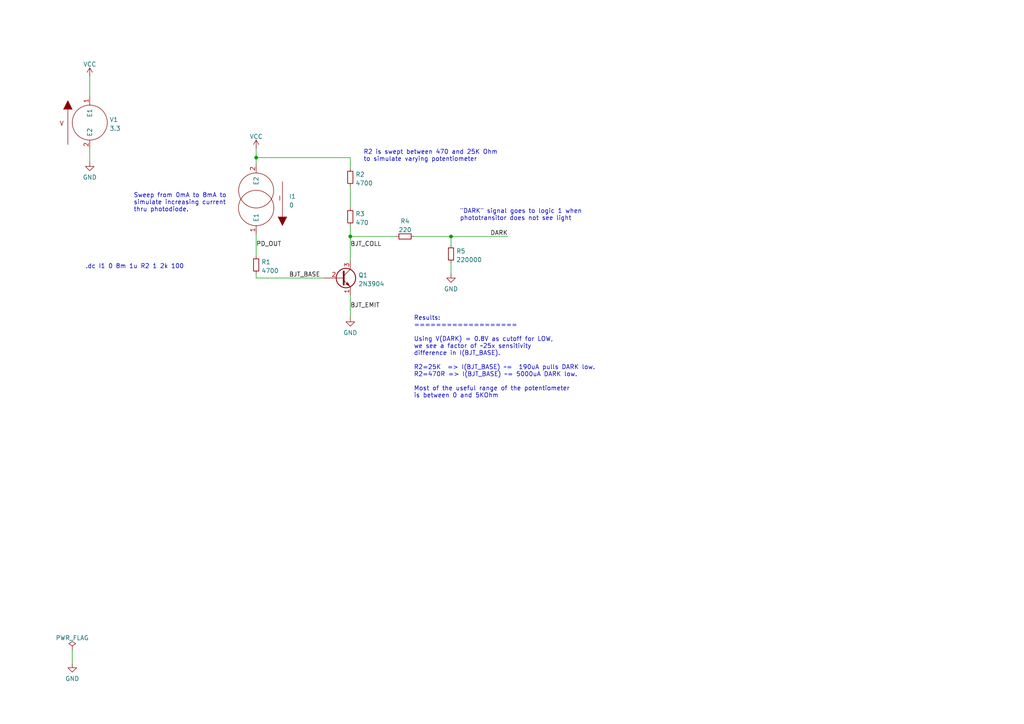
<source format=kicad_sch>
(kicad_sch (version 20211123) (generator eeschema)

  (uuid eabdfedd-d05c-4d00-a8c3-5b15f4879846)

  (paper "A4")

  (lib_symbols
    (symbol "Device:Q_NPN_EBC" (pin_names (offset 0) hide) (in_bom yes) (on_board yes)
      (property "Reference" "Q" (id 0) (at 5.08 1.27 0)
        (effects (font (size 1.27 1.27)) (justify left))
      )
      (property "Value" "Q_NPN_EBC" (id 1) (at 5.08 -1.27 0)
        (effects (font (size 1.27 1.27)) (justify left))
      )
      (property "Footprint" "" (id 2) (at 5.08 2.54 0)
        (effects (font (size 1.27 1.27)) hide)
      )
      (property "Datasheet" "~" (id 3) (at 0 0 0)
        (effects (font (size 1.27 1.27)) hide)
      )
      (property "ki_keywords" "transistor NPN" (id 4) (at 0 0 0)
        (effects (font (size 1.27 1.27)) hide)
      )
      (property "ki_description" "NPN transistor, emitter/base/collector" (id 5) (at 0 0 0)
        (effects (font (size 1.27 1.27)) hide)
      )
      (symbol "Q_NPN_EBC_0_1"
        (polyline
          (pts
            (xy 0.635 0.635)
            (xy 2.54 2.54)
          )
          (stroke (width 0) (type default) (color 0 0 0 0))
          (fill (type none))
        )
        (polyline
          (pts
            (xy 0.635 -0.635)
            (xy 2.54 -2.54)
            (xy 2.54 -2.54)
          )
          (stroke (width 0) (type default) (color 0 0 0 0))
          (fill (type none))
        )
        (polyline
          (pts
            (xy 0.635 1.905)
            (xy 0.635 -1.905)
            (xy 0.635 -1.905)
          )
          (stroke (width 0.508) (type default) (color 0 0 0 0))
          (fill (type none))
        )
        (polyline
          (pts
            (xy 1.27 -1.778)
            (xy 1.778 -1.27)
            (xy 2.286 -2.286)
            (xy 1.27 -1.778)
            (xy 1.27 -1.778)
          )
          (stroke (width 0) (type default) (color 0 0 0 0))
          (fill (type outline))
        )
        (circle (center 1.27 0) (radius 2.8194)
          (stroke (width 0.254) (type default) (color 0 0 0 0))
          (fill (type none))
        )
      )
      (symbol "Q_NPN_EBC_1_1"
        (pin passive line (at 2.54 -5.08 90) (length 2.54)
          (name "E" (effects (font (size 1.27 1.27))))
          (number "1" (effects (font (size 1.27 1.27))))
        )
        (pin passive line (at -5.08 0 0) (length 5.715)
          (name "B" (effects (font (size 1.27 1.27))))
          (number "2" (effects (font (size 1.27 1.27))))
        )
        (pin passive line (at 2.54 5.08 270) (length 2.54)
          (name "C" (effects (font (size 1.27 1.27))))
          (number "3" (effects (font (size 1.27 1.27))))
        )
      )
    )
    (symbol "Device:R_Small" (pin_numbers hide) (pin_names (offset 0.254) hide) (in_bom yes) (on_board yes)
      (property "Reference" "R" (id 0) (at 0.762 0.508 0)
        (effects (font (size 1.27 1.27)) (justify left))
      )
      (property "Value" "R_Small" (id 1) (at 0.762 -1.016 0)
        (effects (font (size 1.27 1.27)) (justify left))
      )
      (property "Footprint" "" (id 2) (at 0 0 0)
        (effects (font (size 1.27 1.27)) hide)
      )
      (property "Datasheet" "~" (id 3) (at 0 0 0)
        (effects (font (size 1.27 1.27)) hide)
      )
      (property "ki_keywords" "R resistor" (id 4) (at 0 0 0)
        (effects (font (size 1.27 1.27)) hide)
      )
      (property "ki_description" "Resistor, small symbol" (id 5) (at 0 0 0)
        (effects (font (size 1.27 1.27)) hide)
      )
      (property "ki_fp_filters" "R_*" (id 6) (at 0 0 0)
        (effects (font (size 1.27 1.27)) hide)
      )
      (symbol "R_Small_0_1"
        (rectangle (start -0.762 1.778) (end 0.762 -1.778)
          (stroke (width 0.2032) (type default) (color 0 0 0 0))
          (fill (type none))
        )
      )
      (symbol "R_Small_1_1"
        (pin passive line (at 0 2.54 270) (length 0.762)
          (name "~" (effects (font (size 1.27 1.27))))
          (number "1" (effects (font (size 1.27 1.27))))
        )
        (pin passive line (at 0 -2.54 90) (length 0.762)
          (name "~" (effects (font (size 1.27 1.27))))
          (number "2" (effects (font (size 1.27 1.27))))
        )
      )
    )
    (symbol "power:GND" (power) (pin_names (offset 0)) (in_bom yes) (on_board yes)
      (property "Reference" "#PWR" (id 0) (at 0 -6.35 0)
        (effects (font (size 1.27 1.27)) hide)
      )
      (property "Value" "GND" (id 1) (at 0 -3.81 0)
        (effects (font (size 1.27 1.27)))
      )
      (property "Footprint" "" (id 2) (at 0 0 0)
        (effects (font (size 1.27 1.27)) hide)
      )
      (property "Datasheet" "" (id 3) (at 0 0 0)
        (effects (font (size 1.27 1.27)) hide)
      )
      (property "ki_keywords" "power-flag" (id 4) (at 0 0 0)
        (effects (font (size 1.27 1.27)) hide)
      )
      (property "ki_description" "Power symbol creates a global label with name \"GND\" , ground" (id 5) (at 0 0 0)
        (effects (font (size 1.27 1.27)) hide)
      )
      (symbol "GND_0_1"
        (polyline
          (pts
            (xy 0 0)
            (xy 0 -1.27)
            (xy 1.27 -1.27)
            (xy 0 -2.54)
            (xy -1.27 -1.27)
            (xy 0 -1.27)
          )
          (stroke (width 0) (type default) (color 0 0 0 0))
          (fill (type none))
        )
      )
      (symbol "GND_1_1"
        (pin power_in line (at 0 0 270) (length 0) hide
          (name "GND" (effects (font (size 1.27 1.27))))
          (number "1" (effects (font (size 1.27 1.27))))
        )
      )
    )
    (symbol "power:PWR_FLAG" (power) (pin_numbers hide) (pin_names (offset 0) hide) (in_bom yes) (on_board yes)
      (property "Reference" "#FLG" (id 0) (at 0 1.905 0)
        (effects (font (size 1.27 1.27)) hide)
      )
      (property "Value" "PWR_FLAG" (id 1) (at 0 3.81 0)
        (effects (font (size 1.27 1.27)))
      )
      (property "Footprint" "" (id 2) (at 0 0 0)
        (effects (font (size 1.27 1.27)) hide)
      )
      (property "Datasheet" "~" (id 3) (at 0 0 0)
        (effects (font (size 1.27 1.27)) hide)
      )
      (property "ki_keywords" "power-flag" (id 4) (at 0 0 0)
        (effects (font (size 1.27 1.27)) hide)
      )
      (property "ki_description" "Special symbol for telling ERC where power comes from" (id 5) (at 0 0 0)
        (effects (font (size 1.27 1.27)) hide)
      )
      (symbol "PWR_FLAG_0_0"
        (pin power_out line (at 0 0 90) (length 0)
          (name "pwr" (effects (font (size 1.27 1.27))))
          (number "1" (effects (font (size 1.27 1.27))))
        )
      )
      (symbol "PWR_FLAG_0_1"
        (polyline
          (pts
            (xy 0 0)
            (xy 0 1.27)
            (xy -1.016 1.905)
            (xy 0 2.54)
            (xy 1.016 1.905)
            (xy 0 1.27)
          )
          (stroke (width 0) (type default) (color 0 0 0 0))
          (fill (type none))
        )
      )
    )
    (symbol "power:VCC" (power) (pin_names (offset 0)) (in_bom yes) (on_board yes)
      (property "Reference" "#PWR" (id 0) (at 0 -3.81 0)
        (effects (font (size 1.27 1.27)) hide)
      )
      (property "Value" "VCC" (id 1) (at 0 3.81 0)
        (effects (font (size 1.27 1.27)))
      )
      (property "Footprint" "" (id 2) (at 0 0 0)
        (effects (font (size 1.27 1.27)) hide)
      )
      (property "Datasheet" "" (id 3) (at 0 0 0)
        (effects (font (size 1.27 1.27)) hide)
      )
      (property "ki_keywords" "power-flag" (id 4) (at 0 0 0)
        (effects (font (size 1.27 1.27)) hide)
      )
      (property "ki_description" "Power symbol creates a global label with name \"VCC\"" (id 5) (at 0 0 0)
        (effects (font (size 1.27 1.27)) hide)
      )
      (symbol "VCC_0_1"
        (polyline
          (pts
            (xy -0.762 1.27)
            (xy 0 2.54)
          )
          (stroke (width 0) (type default) (color 0 0 0 0))
          (fill (type none))
        )
        (polyline
          (pts
            (xy 0 0)
            (xy 0 2.54)
          )
          (stroke (width 0) (type default) (color 0 0 0 0))
          (fill (type none))
        )
        (polyline
          (pts
            (xy 0 2.54)
            (xy 0.762 1.27)
          )
          (stroke (width 0) (type default) (color 0 0 0 0))
          (fill (type none))
        )
      )
      (symbol "VCC_1_1"
        (pin power_in line (at 0 0 90) (length 0) hide
          (name "VCC" (effects (font (size 1.27 1.27))))
          (number "1" (effects (font (size 1.27 1.27))))
        )
      )
    )
    (symbol "pspice:ISOURCE" (pin_names (offset 1.016)) (in_bom yes) (on_board yes)
      (property "Reference" "I" (id 0) (at -7.62 8.89 0)
        (effects (font (size 1.27 1.27)))
      )
      (property "Value" "ISOURCE" (id 1) (at 0 0 0)
        (effects (font (size 1.27 1.27)))
      )
      (property "Footprint" "" (id 2) (at 0 0 0)
        (effects (font (size 1.27 1.27)) hide)
      )
      (property "Datasheet" "~" (id 3) (at 0 0 0)
        (effects (font (size 1.27 1.27)) hide)
      )
      (property "ki_keywords" "simulation" (id 4) (at 0 0 0)
        (effects (font (size 1.27 1.27)) hide)
      )
      (property "ki_description" "Current source symbol for simulation only" (id 5) (at 0 0 0)
        (effects (font (size 1.27 1.27)) hide)
      )
      (symbol "ISOURCE_0_1"
        (circle (center 0 -2.54) (radius 5.08)
          (stroke (width 0) (type default) (color 0 0 0 0))
          (fill (type none))
        )
        (polyline
          (pts
            (xy -7.62 -5.08)
            (xy -7.62 5.08)
          )
          (stroke (width 0) (type default) (color 0 0 0 0))
          (fill (type outline))
        )
        (polyline
          (pts
            (xy -8.89 5.08)
            (xy -7.62 7.62)
            (xy -6.35 5.08)
          )
          (stroke (width 0) (type default) (color 0 0 0 0))
          (fill (type outline))
        )
        (circle (center 0 2.54) (radius 5.1308)
          (stroke (width 0) (type default) (color 0 0 0 0))
          (fill (type none))
        )
        (text "I" (at -6.858 -0.254 0)
          (effects (font (size 1.27 1.27)))
        )
      )
      (symbol "ISOURCE_1_1"
        (pin input line (at 0 10.16 270) (length 2.54)
          (name "E1" (effects (font (size 1.27 1.27))))
          (number "1" (effects (font (size 1.27 1.27))))
        )
        (pin input line (at 0 -10.16 90) (length 2.54)
          (name "E2" (effects (font (size 1.27 1.27))))
          (number "2" (effects (font (size 1.27 1.27))))
        )
      )
    )
    (symbol "pspice:VSOURCE" (pin_names (offset 1.016)) (in_bom yes) (on_board yes)
      (property "Reference" "V" (id 0) (at -6.35 7.62 0)
        (effects (font (size 1.27 1.27)))
      )
      (property "Value" "VSOURCE" (id 1) (at 0 0 0)
        (effects (font (size 1.27 1.27)))
      )
      (property "Footprint" "" (id 2) (at 0 0 0)
        (effects (font (size 1.27 1.27)) hide)
      )
      (property "Datasheet" "~" (id 3) (at 0 0 0)
        (effects (font (size 1.27 1.27)) hide)
      )
      (property "ki_keywords" "simulation" (id 4) (at 0 0 0)
        (effects (font (size 1.27 1.27)) hide)
      )
      (property "ki_description" "Voltage source symbol for simulation only" (id 5) (at 0 0 0)
        (effects (font (size 1.27 1.27)) hide)
      )
      (symbol "VSOURCE_0_1"
        (polyline
          (pts
            (xy -6.35 -6.35)
            (xy -6.35 3.81)
          )
          (stroke (width 0) (type default) (color 0 0 0 0))
          (fill (type outline))
        )
        (polyline
          (pts
            (xy -7.62 3.81)
            (xy -6.35 6.35)
            (xy -5.08 3.81)
          )
          (stroke (width 0) (type default) (color 0 0 0 0))
          (fill (type outline))
        )
        (circle (center 0 0) (radius 5.08)
          (stroke (width 0) (type default) (color 0 0 0 0))
          (fill (type none))
        )
        (text "V" (at -8.128 -0.254 0)
          (effects (font (size 1.27 1.27)))
        )
      )
      (symbol "VSOURCE_1_1"
        (pin input line (at 0 7.62 270) (length 2.54)
          (name "E1" (effects (font (size 1.27 1.27))))
          (number "1" (effects (font (size 1.27 1.27))))
        )
        (pin input line (at 0 -7.62 90) (length 2.54)
          (name "E2" (effects (font (size 1.27 1.27))))
          (number "2" (effects (font (size 1.27 1.27))))
        )
      )
    )
  )

  (junction (at 74.295 45.72) (diameter 0) (color 0 0 0 0)
    (uuid 4276829f-8765-47b1-b0dd-a56647d08abe)
  )
  (junction (at 130.81 68.58) (diameter 0) (color 0 0 0 0)
    (uuid 5dd2140b-6900-43b1-954e-629b8cf14a8f)
  )
  (junction (at 101.6 68.58) (diameter 0) (color 0 0 0 0)
    (uuid ed04a3cf-7139-4022-8094-4f2776f56979)
  )

  (wire (pts (xy 130.81 76.2) (xy 130.81 79.375))
    (stroke (width 0) (type default) (color 0 0 0 0))
    (uuid 08e08047-e047-46b9-a649-eda64ebf909a)
  )
  (wire (pts (xy 101.6 68.58) (xy 114.935 68.58))
    (stroke (width 0) (type default) (color 0 0 0 0))
    (uuid 0a0c952d-4a5f-456c-b44a-49115815cf6e)
  )
  (wire (pts (xy 130.81 68.58) (xy 130.81 71.12))
    (stroke (width 0) (type default) (color 0 0 0 0))
    (uuid 25181eb8-22c5-4834-a482-d7ac35aa980b)
  )
  (wire (pts (xy 74.295 67.945) (xy 74.295 74.295))
    (stroke (width 0) (type default) (color 0 0 0 0))
    (uuid 25bb5d13-5902-4b82-a005-bdebd08bcb9d)
  )
  (wire (pts (xy 74.295 79.375) (xy 74.295 80.645))
    (stroke (width 0) (type default) (color 0 0 0 0))
    (uuid 351b9049-5858-4c9e-974d-a89adbd53e8c)
  )
  (wire (pts (xy 20.955 188.595) (xy 20.955 192.405))
    (stroke (width 0) (type default) (color 0 0 0 0))
    (uuid 6f068728-620c-4d93-a8a5-b915de8c9fa6)
  )
  (wire (pts (xy 74.295 45.72) (xy 101.6 45.72))
    (stroke (width 0) (type default) (color 0 0 0 0))
    (uuid 6f7a33ed-c9d7-4b63-958f-4db95cc4ce87)
  )
  (wire (pts (xy 101.6 85.725) (xy 101.6 92.075))
    (stroke (width 0) (type default) (color 0 0 0 0))
    (uuid 7176dd79-8111-4d96-8bfb-ebac7f77998e)
  )
  (wire (pts (xy 120.015 68.58) (xy 130.81 68.58))
    (stroke (width 0) (type default) (color 0 0 0 0))
    (uuid 8455cd65-6f65-48b9-8a9a-22181b3d0fdb)
  )
  (wire (pts (xy 130.81 68.58) (xy 147.32 68.58))
    (stroke (width 0) (type default) (color 0 0 0 0))
    (uuid 846262d8-42bd-4f6c-b705-88c931c57bb1)
  )
  (wire (pts (xy 101.6 65.405) (xy 101.6 68.58))
    (stroke (width 0) (type default) (color 0 0 0 0))
    (uuid a2e05cbc-78f4-4c52-9208-37557e5c87aa)
  )
  (wire (pts (xy 101.6 53.975) (xy 101.6 60.325))
    (stroke (width 0) (type default) (color 0 0 0 0))
    (uuid a7b57701-6551-464c-93c7-3050ce5a67da)
  )
  (wire (pts (xy 101.6 68.58) (xy 101.6 75.565))
    (stroke (width 0) (type default) (color 0 0 0 0))
    (uuid b2c06c02-4648-47b4-a3d3-548427372ce8)
  )
  (wire (pts (xy 74.295 45.72) (xy 74.295 47.625))
    (stroke (width 0) (type default) (color 0 0 0 0))
    (uuid baffa8d0-8f8e-4e90-bc5f-c1570ddaacb9)
  )
  (wire (pts (xy 74.295 43.18) (xy 74.295 45.72))
    (stroke (width 0) (type default) (color 0 0 0 0))
    (uuid c81176cc-927f-4efa-8103-a8dfbf30456e)
  )
  (wire (pts (xy 26.035 43.18) (xy 26.035 46.99))
    (stroke (width 0) (type default) (color 0 0 0 0))
    (uuid e3307826-97b6-4a5d-909b-b7d9e94c250c)
  )
  (wire (pts (xy 74.295 80.645) (xy 93.98 80.645))
    (stroke (width 0) (type default) (color 0 0 0 0))
    (uuid f093004d-c6a6-488f-87aa-06105c78f88c)
  )
  (wire (pts (xy 101.6 48.895) (xy 101.6 45.72))
    (stroke (width 0) (type default) (color 0 0 0 0))
    (uuid f38ce0ac-9a78-4855-b1f0-75ba973d4232)
  )
  (wire (pts (xy 26.035 22.225) (xy 26.035 27.94))
    (stroke (width 0) (type default) (color 0 0 0 0))
    (uuid facb885c-4b70-4507-b072-22954f792e47)
  )

  (text ".dc I1 0 8m 1u R2 1 2k 100" (at 24.765 78.105 0)
    (effects (font (size 1.27 1.27)) (justify left bottom))
    (uuid 1a2fdc28-1714-45ce-b2b2-606bdc377394)
  )
  (text "Results:\n===================\n\nUsing V(DARK) = 0.8V as cutoff for LOW,\nwe see a factor of ~25x sensitivity\ndifference in I(BJT_BASE).\n\nR2=25K  => I(BJT_BASE) ~=  190uA pulls DARK low.\nR2=470R => I(BJT_BASE) ~= 5000uA DARK low.\n\nMost of the useful range of the potentiometer\nis between 0 and 5KOhm"
    (at 120.015 115.57 0)
    (effects (font (size 1.27 1.27)) (justify left bottom))
    (uuid 8975dbae-689f-4788-977f-1ee725822841)
  )
  (text "Sweep from 0mA to 8mA to\nsimulate increasing current\nthru photodiode. \n"
    (at 38.735 61.595 0)
    (effects (font (size 1.27 1.27)) (justify left bottom))
    (uuid a8b55d2a-f92e-48e1-9f3e-9dd00ebcf400)
  )
  (text "R2 is swept between 470 and 25K Ohm\nto simulate varying potentiometer"
    (at 105.41 46.99 0)
    (effects (font (size 1.27 1.27)) (justify left bottom))
    (uuid cc8c8a94-012c-41b2-8d0a-5cc744ada3c9)
  )
  (text "\"DARK\" signal goes to logic 1 when\nphototransitor does not see light"
    (at 133.35 64.135 0)
    (effects (font (size 1.27 1.27)) (justify left bottom))
    (uuid e8f1e2f7-0164-4db0-8cbf-4bd9b3d462ae)
  )

  (label "BJT_BASE" (at 83.82 80.645 0)
    (effects (font (size 1.27 1.27)) (justify left bottom))
    (uuid 39aedba0-f3e3-45af-a655-52f8f42ae951)
  )
  (label "PD_OUT" (at 74.295 71.755 0)
    (effects (font (size 1.27 1.27)) (justify left bottom))
    (uuid 4469ef1f-9cd2-4a0e-bd5d-33aba6e43b03)
  )
  (label "DARK" (at 147.2944 68.58 180)
    (effects (font (size 1.27 1.27)) (justify right bottom))
    (uuid bcac6d9d-7216-4b01-a5bf-3d01b37f44ac)
  )
  (label "BJT_COLL" (at 101.6 71.755 0)
    (effects (font (size 1.27 1.27)) (justify left bottom))
    (uuid e1e25b73-9bb2-4afb-926e-ef8fd85258dd)
  )
  (label "BJT_EMIT" (at 101.6 89.535 0)
    (effects (font (size 1.27 1.27)) (justify left bottom))
    (uuid f88ff04a-c9b2-4b84-b295-fc86dda177c0)
  )

  (symbol (lib_id "Device:R_Small") (at 117.475 68.58 90) (unit 1)
    (in_bom yes) (on_board yes) (fields_autoplaced)
    (uuid 45b65d3a-04bd-4197-9d08-ab88925a91cf)
    (property "Reference" "R4" (id 0) (at 117.475 64.1436 90))
    (property "Value" "220" (id 1) (at 117.475 66.6805 90))
    (property "Footprint" "Resistor_SMD:R_0603_1608Metric" (id 2) (at 117.475 68.58 0)
      (effects (font (size 1.27 1.27)) hide)
    )
    (property "Datasheet" "~" (id 3) (at 117.475 68.58 0)
      (effects (font (size 1.27 1.27)) hide)
    )
    (property "Comment" "220R 0603 resistor; +/-1%; 1/10W " (id 4) (at 117.475 68.58 0)
      (effects (font (size 1.27 1.27)) hide)
    )
    (property "MANUFACTURER" "YAEGO" (id 5) (at 117.475 68.58 0)
      (effects (font (size 1.27 1.27)) hide)
    )
    (property "MPN" "RC0603FR-07220RL" (id 6) (at 117.475 68.58 0)
      (effects (font (size 1.27 1.27)) hide)
    )
    (pin "1" (uuid 9718f442-017a-43ea-8d6d-5bc476f21b57))
    (pin "2" (uuid 1b3465b8-97a9-459b-9418-24c935654cf0))
  )

  (symbol (lib_id "Device:Q_NPN_EBC") (at 99.06 80.645 0) (unit 1)
    (in_bom yes) (on_board yes) (fields_autoplaced)
    (uuid 4f6fe23a-d9b3-43ce-b2c4-a3fe00b4c75e)
    (property "Reference" "Q1" (id 0) (at 103.9114 79.8103 0)
      (effects (font (size 1.27 1.27)) (justify left))
    )
    (property "Value" "2N3904" (id 1) (at 103.9114 82.3472 0)
      (effects (font (size 1.27 1.27)) (justify left))
    )
    (property "Footprint" "Package_TO_SOT_THT:TO-92_Inline" (id 2) (at 104.14 78.105 0)
      (effects (font (size 1.27 1.27)) hide)
    )
    (property "Datasheet" "" (id 3) (at 99.06 80.645 0)
      (effects (font (size 1.27 1.27)) hide)
    )
    (property "MPN" "2N3904 PBFREE" (id 4) (at 99.06 80.645 0)
      (effects (font (size 1.27 1.27)) hide)
    )
    (property "MANUFACTURER" "Central Semiconductor" (id 5) (at 99.06 80.645 0)
      (effects (font (size 1.27 1.27)) hide)
    )
    (property "Comment" "Any 2N3904 TO-92 transistor OK" (id 6) (at 99.06 80.645 0)
      (effects (font (size 1.27 1.27)) hide)
    )
    (property "Spice_Primitive" "Q" (id 7) (at 99.06 80.645 0)
      (effects (font (size 1.27 1.27)) hide)
    )
    (property "Spice_Model" "Q2n3904" (id 8) (at 99.06 80.645 0)
      (effects (font (size 1.27 1.27)) hide)
    )
    (property "Spice_Netlist_Enabled" "Y" (id 9) (at 99.06 80.645 0)
      (effects (font (size 1.27 1.27)) hide)
    )
    (property "Spice_Node_Sequence" "3 2 1" (id 10) (at 99.06 80.645 0)
      (effects (font (size 1.27 1.27)) hide)
    )
    (property "Spice_Lib_File" "2N3904.LIB" (id 11) (at 99.06 80.645 0)
      (effects (font (size 1.27 1.27)) hide)
    )
    (pin "1" (uuid def12352-4ea1-48b2-9062-ed4ea0ed61e5))
    (pin "2" (uuid ead87f09-6efc-4e10-9aed-5fab8b37b426))
    (pin "3" (uuid 0e53985a-8d52-4813-a960-f4efe2a14c22))
  )

  (symbol (lib_id "power:VCC") (at 26.035 22.225 0) (unit 1)
    (in_bom yes) (on_board yes) (fields_autoplaced)
    (uuid 534dcba9-c710-40b0-982c-40e8924d8083)
    (property "Reference" "#PWR02" (id 0) (at 26.035 26.035 0)
      (effects (font (size 1.27 1.27)) hide)
    )
    (property "Value" "VCC" (id 1) (at 26.035 18.6492 0))
    (property "Footprint" "" (id 2) (at 26.035 22.225 0)
      (effects (font (size 1.27 1.27)) hide)
    )
    (property "Datasheet" "" (id 3) (at 26.035 22.225 0)
      (effects (font (size 1.27 1.27)) hide)
    )
    (pin "1" (uuid 077c641c-c726-4762-b731-3383569bd815))
  )

  (symbol (lib_id "pspice:ISOURCE") (at 74.295 57.785 180) (unit 1)
    (in_bom yes) (on_board yes) (fields_autoplaced)
    (uuid 56a9a960-1317-4ba3-b423-9ff9b366f07a)
    (property "Reference" "I1" (id 0) (at 83.82 56.9757 0)
      (effects (font (size 1.27 1.27)) (justify right))
    )
    (property "Value" "0" (id 1) (at 83.82 59.5126 0)
      (effects (font (size 1.27 1.27)) (justify right))
    )
    (property "Footprint" "" (id 2) (at 74.295 57.785 0)
      (effects (font (size 1.27 1.27)) hide)
    )
    (property "Datasheet" "~" (id 3) (at 74.295 57.785 0)
      (effects (font (size 1.27 1.27)) hide)
    )
    (pin "1" (uuid 33cceff6-5a54-4bb7-9d49-536d409043e2))
    (pin "2" (uuid 5a2c0984-03e9-4ccd-9615-cd14f8bb5704))
  )

  (symbol (lib_id "Device:R_Small") (at 101.6 51.435 0) (unit 1)
    (in_bom yes) (on_board yes) (fields_autoplaced)
    (uuid 93dd903e-c9b7-4799-92ed-916ee96b7ac5)
    (property "Reference" "R2" (id 0) (at 103.0986 50.6003 0)
      (effects (font (size 1.27 1.27)) (justify left))
    )
    (property "Value" "4700" (id 1) (at 103.0986 53.1372 0)
      (effects (font (size 1.27 1.27)) (justify left))
    )
    (property "Footprint" "Resistor_SMD:R_0603_1608Metric" (id 2) (at 101.6 51.435 0)
      (effects (font (size 1.27 1.27)) hide)
    )
    (property "Datasheet" "~" (id 3) (at 101.6 51.435 0)
      (effects (font (size 1.27 1.27)) hide)
    )
    (property "Comment" "470R 0603 resistor; +/-1%; 1/10W " (id 4) (at 101.6 51.435 0)
      (effects (font (size 1.27 1.27)) hide)
    )
    (property "MANUFACTURER" "YAEGO" (id 5) (at 101.6 51.435 0)
      (effects (font (size 1.27 1.27)) hide)
    )
    (property "MPN" "RC0603FR-07470RL" (id 6) (at 101.6 51.435 0)
      (effects (font (size 1.27 1.27)) hide)
    )
    (pin "1" (uuid 6e555aa6-53b9-4976-b5eb-f3f305ec766f))
    (pin "2" (uuid 6b8f648d-ee1a-420f-8b17-76f1ec3c0430))
  )

  (symbol (lib_id "power:GND") (at 20.955 192.405 0) (unit 1)
    (in_bom yes) (on_board yes) (fields_autoplaced)
    (uuid 98f44983-f27d-417f-a17b-e8d477a77dd7)
    (property "Reference" "#PWR01" (id 0) (at 20.955 198.755 0)
      (effects (font (size 1.27 1.27)) hide)
    )
    (property "Value" "GND" (id 1) (at 20.955 196.8484 0))
    (property "Footprint" "" (id 2) (at 20.955 192.405 0)
      (effects (font (size 1.27 1.27)) hide)
    )
    (property "Datasheet" "" (id 3) (at 20.955 192.405 0)
      (effects (font (size 1.27 1.27)) hide)
    )
    (pin "1" (uuid bbfc7efa-4c81-460f-8b7a-65c32e9adb39))
  )

  (symbol (lib_id "power:PWR_FLAG") (at 20.955 188.595 0) (unit 1)
    (in_bom yes) (on_board yes) (fields_autoplaced)
    (uuid 9981a70c-2255-4d38-8272-09fdb1147d99)
    (property "Reference" "#FLG01" (id 0) (at 20.955 186.69 0)
      (effects (font (size 1.27 1.27)) hide)
    )
    (property "Value" "PWR_FLAG" (id 1) (at 20.955 185.0192 0))
    (property "Footprint" "" (id 2) (at 20.955 188.595 0)
      (effects (font (size 1.27 1.27)) hide)
    )
    (property "Datasheet" "~" (id 3) (at 20.955 188.595 0)
      (effects (font (size 1.27 1.27)) hide)
    )
    (pin "1" (uuid 7f16033f-c1f5-4301-bbbc-382e5ead58b8))
  )

  (symbol (lib_id "power:VCC") (at 74.295 43.18 0) (unit 1)
    (in_bom yes) (on_board yes) (fields_autoplaced)
    (uuid a580dfc4-e689-46d4-8f76-30d531183f8b)
    (property "Reference" "#PWR04" (id 0) (at 74.295 46.99 0)
      (effects (font (size 1.27 1.27)) hide)
    )
    (property "Value" "VCC" (id 1) (at 74.295 39.6042 0))
    (property "Footprint" "" (id 2) (at 74.295 43.18 0)
      (effects (font (size 1.27 1.27)) hide)
    )
    (property "Datasheet" "" (id 3) (at 74.295 43.18 0)
      (effects (font (size 1.27 1.27)) hide)
    )
    (pin "1" (uuid e7aef37d-44f2-44d5-911f-0f9a8d127a89))
  )

  (symbol (lib_id "Device:R_Small") (at 74.295 76.835 0) (unit 1)
    (in_bom yes) (on_board yes) (fields_autoplaced)
    (uuid b42d0268-8fe8-4448-9fe3-9322a749bc8b)
    (property "Reference" "R1" (id 0) (at 75.7936 76.0003 0)
      (effects (font (size 1.27 1.27)) (justify left))
    )
    (property "Value" "4700" (id 1) (at 75.7936 78.5372 0)
      (effects (font (size 1.27 1.27)) (justify left))
    )
    (property "Footprint" "Resistor_SMD:R_0603_1608Metric" (id 2) (at 74.295 76.835 0)
      (effects (font (size 1.27 1.27)) hide)
    )
    (property "Datasheet" "~" (id 3) (at 74.295 76.835 0)
      (effects (font (size 1.27 1.27)) hide)
    )
    (property "Comment" "4K7 0603 resistor; +/-1%; 1/10W " (id 4) (at 74.295 76.835 0)
      (effects (font (size 1.27 1.27)) hide)
    )
    (property "MANUFACTURER" "YAEGO" (id 5) (at 74.295 76.835 0)
      (effects (font (size 1.27 1.27)) hide)
    )
    (property "MPN" "RC0603FR-074K7L" (id 6) (at 74.295 76.835 0)
      (effects (font (size 1.27 1.27)) hide)
    )
    (pin "1" (uuid e60830da-7527-4bbc-96ff-8d9ee203c4d7))
    (pin "2" (uuid 1e8ec041-063e-479d-841f-9d23bae6ab3c))
  )

  (symbol (lib_id "pspice:VSOURCE") (at 26.035 35.56 0) (unit 1)
    (in_bom yes) (on_board yes) (fields_autoplaced)
    (uuid ca78c2b1-e6cf-44f0-9816-1f2241696ba4)
    (property "Reference" "V1" (id 0) (at 31.7499 34.7253 0)
      (effects (font (size 1.27 1.27)) (justify left))
    )
    (property "Value" "3.3" (id 1) (at 31.7499 37.2622 0)
      (effects (font (size 1.27 1.27)) (justify left))
    )
    (property "Footprint" "" (id 2) (at 26.035 35.56 0)
      (effects (font (size 1.27 1.27)) hide)
    )
    (property "Datasheet" "~" (id 3) (at 26.035 35.56 0)
      (effects (font (size 1.27 1.27)) hide)
    )
    (pin "1" (uuid 9c8abf68-78fc-41e7-9a16-7ed038558521))
    (pin "2" (uuid 1befabe6-3d71-4208-89f4-9cf7a9f98866))
  )

  (symbol (lib_id "Device:R_Small") (at 101.6 62.865 0) (unit 1)
    (in_bom yes) (on_board yes) (fields_autoplaced)
    (uuid d335fbf3-0f89-4418-9570-0f388542af39)
    (property "Reference" "R3" (id 0) (at 103.0986 62.0303 0)
      (effects (font (size 1.27 1.27)) (justify left))
    )
    (property "Value" "470" (id 1) (at 103.0986 64.5672 0)
      (effects (font (size 1.27 1.27)) (justify left))
    )
    (property "Footprint" "Resistor_SMD:R_0603_1608Metric" (id 2) (at 101.6 62.865 0)
      (effects (font (size 1.27 1.27)) hide)
    )
    (property "Datasheet" "~" (id 3) (at 101.6 62.865 0)
      (effects (font (size 1.27 1.27)) hide)
    )
    (property "Comment" "470R 0603 resistor; +/-1%; 1/10W " (id 4) (at 101.6 62.865 0)
      (effects (font (size 1.27 1.27)) hide)
    )
    (property "MANUFACTURER" "YAEGO" (id 5) (at 101.6 62.865 0)
      (effects (font (size 1.27 1.27)) hide)
    )
    (property "MPN" "RC0603FR-07470RL" (id 6) (at 101.6 62.865 0)
      (effects (font (size 1.27 1.27)) hide)
    )
    (pin "1" (uuid 75a45c8b-51de-4798-b167-0fffafa96b2a))
    (pin "2" (uuid d479c7db-cc03-49f7-9efb-15f0d850050b))
  )

  (symbol (lib_id "power:GND") (at 101.6 92.075 0) (unit 1)
    (in_bom yes) (on_board yes) (fields_autoplaced)
    (uuid ea5befca-6441-4fa6-aa8e-8f74fc92a368)
    (property "Reference" "#PWR05" (id 0) (at 101.6 98.425 0)
      (effects (font (size 1.27 1.27)) hide)
    )
    (property "Value" "GND" (id 1) (at 101.6 96.5184 0))
    (property "Footprint" "" (id 2) (at 101.6 92.075 0)
      (effects (font (size 1.27 1.27)) hide)
    )
    (property "Datasheet" "" (id 3) (at 101.6 92.075 0)
      (effects (font (size 1.27 1.27)) hide)
    )
    (pin "1" (uuid 6e4c2c13-75ff-4c11-b580-529a66172f45))
  )

  (symbol (lib_id "power:GND") (at 130.81 79.375 0) (unit 1)
    (in_bom yes) (on_board yes) (fields_autoplaced)
    (uuid ed7f76ad-d1c9-44d4-b7f8-ba9c31876a50)
    (property "Reference" "#PWR06" (id 0) (at 130.81 85.725 0)
      (effects (font (size 1.27 1.27)) hide)
    )
    (property "Value" "GND" (id 1) (at 130.81 83.8184 0))
    (property "Footprint" "" (id 2) (at 130.81 79.375 0)
      (effects (font (size 1.27 1.27)) hide)
    )
    (property "Datasheet" "" (id 3) (at 130.81 79.375 0)
      (effects (font (size 1.27 1.27)) hide)
    )
    (pin "1" (uuid a7356f39-a0d7-4321-bee0-7cff72bf85d6))
  )

  (symbol (lib_id "power:GND") (at 26.035 46.99 0) (unit 1)
    (in_bom yes) (on_board yes) (fields_autoplaced)
    (uuid fe4de901-9d9d-41b5-9cf0-f6f1cced5129)
    (property "Reference" "#PWR03" (id 0) (at 26.035 53.34 0)
      (effects (font (size 1.27 1.27)) hide)
    )
    (property "Value" "GND" (id 1) (at 26.035 51.4334 0))
    (property "Footprint" "" (id 2) (at 26.035 46.99 0)
      (effects (font (size 1.27 1.27)) hide)
    )
    (property "Datasheet" "" (id 3) (at 26.035 46.99 0)
      (effects (font (size 1.27 1.27)) hide)
    )
    (pin "1" (uuid 2f85274a-4c27-4923-912e-b422d24ee1d1))
  )

  (symbol (lib_id "Device:R_Small") (at 130.81 73.66 0) (unit 1)
    (in_bom yes) (on_board yes) (fields_autoplaced)
    (uuid fec72d81-32e4-4ae5-8360-a59f3b789d81)
    (property "Reference" "R5" (id 0) (at 132.3086 72.8253 0)
      (effects (font (size 1.27 1.27)) (justify left))
    )
    (property "Value" "220000" (id 1) (at 132.3086 75.3622 0)
      (effects (font (size 1.27 1.27)) (justify left))
    )
    (property "Footprint" "Resistor_SMD:R_0603_1608Metric" (id 2) (at 130.81 73.66 0)
      (effects (font (size 1.27 1.27)) hide)
    )
    (property "Datasheet" "~" (id 3) (at 130.81 73.66 0)
      (effects (font (size 1.27 1.27)) hide)
    )
    (property "Comment" "220K 0603 resistor; +/-1%; 1/10W " (id 4) (at 130.81 73.66 0)
      (effects (font (size 1.27 1.27)) hide)
    )
    (property "MANUFACTURER" "YAEGO" (id 5) (at 130.81 73.66 0)
      (effects (font (size 1.27 1.27)) hide)
    )
    (property "MPN" "RC0603FR-07220KL" (id 6) (at 130.81 73.66 0)
      (effects (font (size 1.27 1.27)) hide)
    )
    (pin "1" (uuid 8fc6938f-dfea-4f94-a45f-ac44c0134dc5))
    (pin "2" (uuid 50851ce6-59ac-4e73-afee-08ba394ee8ba))
  )

  (sheet_instances
    (path "/" (page "1"))
  )

  (symbol_instances
    (path "/9981a70c-2255-4d38-8272-09fdb1147d99"
      (reference "#FLG01") (unit 1) (value "PWR_FLAG") (footprint "")
    )
    (path "/98f44983-f27d-417f-a17b-e8d477a77dd7"
      (reference "#PWR01") (unit 1) (value "GND") (footprint "")
    )
    (path "/534dcba9-c710-40b0-982c-40e8924d8083"
      (reference "#PWR02") (unit 1) (value "VCC") (footprint "")
    )
    (path "/fe4de901-9d9d-41b5-9cf0-f6f1cced5129"
      (reference "#PWR03") (unit 1) (value "GND") (footprint "")
    )
    (path "/a580dfc4-e689-46d4-8f76-30d531183f8b"
      (reference "#PWR04") (unit 1) (value "VCC") (footprint "")
    )
    (path "/ea5befca-6441-4fa6-aa8e-8f74fc92a368"
      (reference "#PWR05") (unit 1) (value "GND") (footprint "")
    )
    (path "/ed7f76ad-d1c9-44d4-b7f8-ba9c31876a50"
      (reference "#PWR06") (unit 1) (value "GND") (footprint "")
    )
    (path "/56a9a960-1317-4ba3-b423-9ff9b366f07a"
      (reference "I1") (unit 1) (value "0") (footprint "")
    )
    (path "/4f6fe23a-d9b3-43ce-b2c4-a3fe00b4c75e"
      (reference "Q1") (unit 1) (value "2N3904") (footprint "Package_TO_SOT_THT:TO-92_Inline")
    )
    (path "/b42d0268-8fe8-4448-9fe3-9322a749bc8b"
      (reference "R1") (unit 1) (value "4700") (footprint "Resistor_SMD:R_0603_1608Metric")
    )
    (path "/93dd903e-c9b7-4799-92ed-916ee96b7ac5"
      (reference "R2") (unit 1) (value "4700") (footprint "Resistor_SMD:R_0603_1608Metric")
    )
    (path "/d335fbf3-0f89-4418-9570-0f388542af39"
      (reference "R3") (unit 1) (value "470") (footprint "Resistor_SMD:R_0603_1608Metric")
    )
    (path "/45b65d3a-04bd-4197-9d08-ab88925a91cf"
      (reference "R4") (unit 1) (value "220") (footprint "Resistor_SMD:R_0603_1608Metric")
    )
    (path "/fec72d81-32e4-4ae5-8360-a59f3b789d81"
      (reference "R5") (unit 1) (value "220000") (footprint "Resistor_SMD:R_0603_1608Metric")
    )
    (path "/ca78c2b1-e6cf-44f0-9816-1f2241696ba4"
      (reference "V1") (unit 1) (value "3.3") (footprint "")
    )
  )
)

</source>
